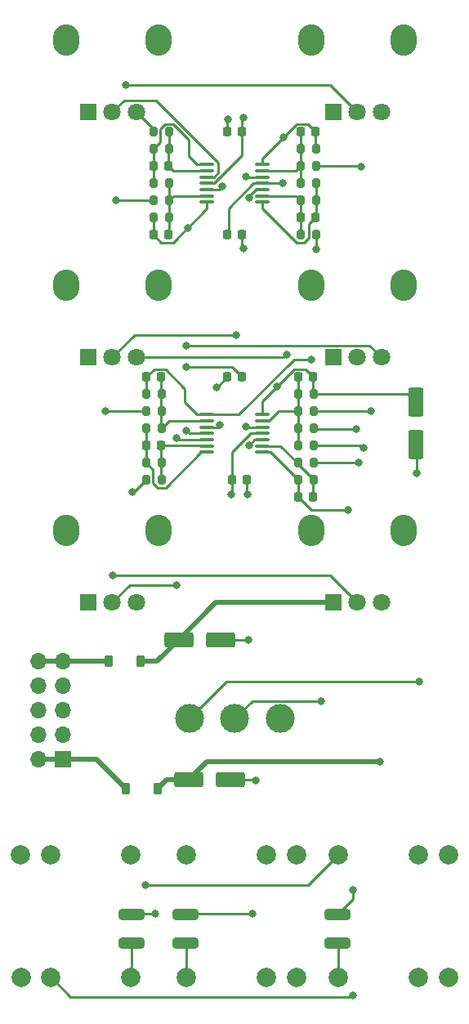
<source format=gbr>
%TF.GenerationSoftware,KiCad,Pcbnew,7.0.1*%
%TF.CreationDate,2024-08-14T21:14:33-04:00*%
%TF.ProjectId,attenuverter_mixer,61747465-6e75-4766-9572-7465725f6d69,rev?*%
%TF.SameCoordinates,Original*%
%TF.FileFunction,Copper,L4,Bot*%
%TF.FilePolarity,Positive*%
%FSLAX46Y46*%
G04 Gerber Fmt 4.6, Leading zero omitted, Abs format (unit mm)*
G04 Created by KiCad (PCBNEW 7.0.1) date 2024-08-14 21:14:33*
%MOMM*%
%LPD*%
G01*
G04 APERTURE LIST*
G04 Aperture macros list*
%AMRoundRect*
0 Rectangle with rounded corners*
0 $1 Rounding radius*
0 $2 $3 $4 $5 $6 $7 $8 $9 X,Y pos of 4 corners*
0 Add a 4 corners polygon primitive as box body*
4,1,4,$2,$3,$4,$5,$6,$7,$8,$9,$2,$3,0*
0 Add four circle primitives for the rounded corners*
1,1,$1+$1,$2,$3*
1,1,$1+$1,$4,$5*
1,1,$1+$1,$6,$7*
1,1,$1+$1,$8,$9*
0 Add four rect primitives between the rounded corners*
20,1,$1+$1,$2,$3,$4,$5,0*
20,1,$1+$1,$4,$5,$6,$7,0*
20,1,$1+$1,$6,$7,$8,$9,0*
20,1,$1+$1,$8,$9,$2,$3,0*%
G04 Aperture macros list end*
%TA.AperFunction,ComponentPad*%
%ADD10R,1.700000X1.700000*%
%TD*%
%TA.AperFunction,ComponentPad*%
%ADD11O,1.700000X1.700000*%
%TD*%
%TA.AperFunction,ComponentPad*%
%ADD12C,2.000000*%
%TD*%
%TA.AperFunction,ComponentPad*%
%ADD13O,2.720000X3.240000*%
%TD*%
%TA.AperFunction,ComponentPad*%
%ADD14R,1.800000X1.800000*%
%TD*%
%TA.AperFunction,ComponentPad*%
%ADD15C,1.800000*%
%TD*%
%TA.AperFunction,ComponentPad*%
%ADD16C,3.000000*%
%TD*%
%TA.AperFunction,SMDPad,CuDef*%
%ADD17RoundRect,0.250000X-1.250000X-0.550000X1.250000X-0.550000X1.250000X0.550000X-1.250000X0.550000X0*%
%TD*%
%TA.AperFunction,SMDPad,CuDef*%
%ADD18RoundRect,0.100000X-0.637500X-0.100000X0.637500X-0.100000X0.637500X0.100000X-0.637500X0.100000X0*%
%TD*%
%TA.AperFunction,SMDPad,CuDef*%
%ADD19RoundRect,0.200000X0.200000X0.275000X-0.200000X0.275000X-0.200000X-0.275000X0.200000X-0.275000X0*%
%TD*%
%TA.AperFunction,SMDPad,CuDef*%
%ADD20RoundRect,0.225000X-0.225000X-0.250000X0.225000X-0.250000X0.225000X0.250000X-0.225000X0.250000X0*%
%TD*%
%TA.AperFunction,SMDPad,CuDef*%
%ADD21RoundRect,0.200000X-0.200000X-0.275000X0.200000X-0.275000X0.200000X0.275000X-0.200000X0.275000X0*%
%TD*%
%TA.AperFunction,SMDPad,CuDef*%
%ADD22RoundRect,0.100000X0.637500X0.100000X-0.637500X0.100000X-0.637500X-0.100000X0.637500X-0.100000X0*%
%TD*%
%TA.AperFunction,SMDPad,CuDef*%
%ADD23RoundRect,0.225000X0.225000X0.250000X-0.225000X0.250000X-0.225000X-0.250000X0.225000X-0.250000X0*%
%TD*%
%TA.AperFunction,SMDPad,CuDef*%
%ADD24RoundRect,0.250000X-1.075000X0.312500X-1.075000X-0.312500X1.075000X-0.312500X1.075000X0.312500X0*%
%TD*%
%TA.AperFunction,SMDPad,CuDef*%
%ADD25RoundRect,0.250000X1.250000X0.550000X-1.250000X0.550000X-1.250000X-0.550000X1.250000X-0.550000X0*%
%TD*%
%TA.AperFunction,SMDPad,CuDef*%
%ADD26RoundRect,0.225000X0.225000X0.375000X-0.225000X0.375000X-0.225000X-0.375000X0.225000X-0.375000X0*%
%TD*%
%TA.AperFunction,SMDPad,CuDef*%
%ADD27RoundRect,0.225000X-0.225000X-0.375000X0.225000X-0.375000X0.225000X0.375000X-0.225000X0.375000X0*%
%TD*%
%TA.AperFunction,SMDPad,CuDef*%
%ADD28RoundRect,0.250000X-0.550000X1.250000X-0.550000X-1.250000X0.550000X-1.250000X0.550000X1.250000X0*%
%TD*%
%TA.AperFunction,ViaPad*%
%ADD29C,0.800000*%
%TD*%
%TA.AperFunction,Conductor*%
%ADD30C,0.508000*%
%TD*%
%TA.AperFunction,Conductor*%
%ADD31C,0.250000*%
%TD*%
%TA.AperFunction,Conductor*%
%ADD32C,0.254000*%
%TD*%
G04 APERTURE END LIST*
D10*
%TO.P,J7,1,-12V*%
%TO.N,/Power/V-_IN*%
X118110000Y-125349000D03*
D11*
%TO.P,J7,2,-12V*%
X115570000Y-125349000D03*
%TO.P,J7,3,gnd*%
%TO.N,GND*%
X118110000Y-122809000D03*
%TO.P,J7,4,gnd*%
X115570000Y-122809000D03*
%TO.P,J7,5,gnd*%
X118110000Y-120269000D03*
%TO.P,J7,6,gnd*%
X115570000Y-120269000D03*
%TO.P,J7,7,gnd*%
X118110000Y-117729000D03*
%TO.P,J7,8,gnd*%
X115570000Y-117729000D03*
%TO.P,J7,9,+12V*%
%TO.N,/Power/V+_IN*%
X118110000Y-115189000D03*
%TO.P,J7,10,+12V*%
X115570000Y-115189000D03*
%TD*%
D12*
%TO.P,J5,S*%
%TO.N,GND*%
X142268500Y-147955000D03*
%TO.P,J5,T*%
%TO.N,Net-(J5-PadT)*%
X130868500Y-147955000D03*
%TO.P,J5,TN*%
%TO.N,att_2_out*%
X139168500Y-147955000D03*
%TD*%
D13*
%TO.P,RV3,*%
%TO.N,*%
X118390000Y-101593000D03*
X127990000Y-101593000D03*
D14*
%TO.P,RV3,1,1*%
%TO.N,GND*%
X120690000Y-109093000D03*
D15*
%TO.P,RV3,2,2*%
%TO.N,Net-(U2C-+)*%
X123190000Y-109093000D03*
%TO.P,RV3,3,3*%
%TO.N,Net-(J3-PadT)*%
X125690000Y-109093000D03*
%TD*%
D12*
%TO.P,J2,S*%
%TO.N,GND*%
X142268500Y-135255000D03*
%TO.P,J2,T*%
%TO.N,Net-(J2-PadT)*%
X130868500Y-135255000D03*
%TO.P,J2,TN*%
%TO.N,unconnected-(J2-PadTN)*%
X139168500Y-135255000D03*
%TD*%
D13*
%TO.P,RV6,*%
%TO.N,*%
X143790000Y-101593000D03*
X153390000Y-101593000D03*
D14*
%TO.P,RV6,1,1*%
%TO.N,+12V*%
X146090000Y-109093000D03*
D15*
%TO.P,RV6,2,2*%
%TO.N,offset_3*%
X148590000Y-109093000D03*
%TO.P,RV6,3,3*%
%TO.N,-12V*%
X151090000Y-109093000D03*
%TD*%
D13*
%TO.P,RV4,*%
%TO.N,*%
X143790000Y-50793000D03*
X153390000Y-50793000D03*
D14*
%TO.P,RV4,1,1*%
%TO.N,+12V*%
X146090000Y-58293000D03*
D15*
%TO.P,RV4,2,2*%
%TO.N,offset_1*%
X148590000Y-58293000D03*
%TO.P,RV4,3,3*%
%TO.N,-12V*%
X151090000Y-58293000D03*
%TD*%
D12*
%TO.P,J6,S*%
%TO.N,GND*%
X158016500Y-147910000D03*
%TO.P,J6,T*%
%TO.N,Net-(J6-PadT)*%
X146616500Y-147910000D03*
%TO.P,J6,TN*%
%TO.N,unconnected-(J6-PadTN)*%
X154916500Y-147910000D03*
%TD*%
D13*
%TO.P,RV2,*%
%TO.N,*%
X118390000Y-76193000D03*
X127990000Y-76193000D03*
D14*
%TO.P,RV2,1,1*%
%TO.N,GND*%
X120690000Y-83693000D03*
D15*
%TO.P,RV2,2,2*%
%TO.N,Net-(U1D-+)*%
X123190000Y-83693000D03*
%TO.P,RV2,3,3*%
%TO.N,Net-(J2-PadT)*%
X125690000Y-83693000D03*
%TD*%
D13*
%TO.P,RV1,*%
%TO.N,*%
X118390000Y-50793000D03*
X127990000Y-50793000D03*
D14*
%TO.P,RV1,1,1*%
%TO.N,GND*%
X120690000Y-58293000D03*
D15*
%TO.P,RV1,2,2*%
%TO.N,Net-(U1B-+)*%
X123190000Y-58293000D03*
%TO.P,RV1,3,3*%
%TO.N,Net-(J1-PadT)*%
X125690000Y-58293000D03*
%TD*%
D13*
%TO.P,RV5,*%
%TO.N,*%
X143790000Y-76193000D03*
X153390000Y-76193000D03*
D14*
%TO.P,RV5,1,1*%
%TO.N,+12V*%
X146090000Y-83693000D03*
D15*
%TO.P,RV5,2,2*%
%TO.N,offset_2*%
X148590000Y-83693000D03*
%TO.P,RV5,3,3*%
%TO.N,-12V*%
X151090000Y-83693000D03*
%TD*%
D12*
%TO.P,J4,S*%
%TO.N,GND*%
X113753500Y-147955000D03*
%TO.P,J4,T*%
%TO.N,Net-(J4-PadT)*%
X125153500Y-147955000D03*
%TO.P,J4,TN*%
%TO.N,att_1_out*%
X116853500Y-147955000D03*
%TD*%
%TO.P,J1,S*%
%TO.N,GND*%
X113723500Y-135255000D03*
%TO.P,J1,T*%
%TO.N,Net-(J1-PadT)*%
X125123500Y-135255000D03*
%TO.P,J1,TN*%
%TO.N,unconnected-(J1-PadTN)*%
X116823500Y-135255000D03*
%TD*%
%TO.P,J3,S*%
%TO.N,GND*%
X158046500Y-135210000D03*
%TO.P,J3,T*%
%TO.N,Net-(J3-PadT)*%
X146646500Y-135210000D03*
%TO.P,J3,TN*%
%TO.N,unconnected-(J3-PadTN)*%
X154946500Y-135210000D03*
%TD*%
D16*
%TO.P,SW1,1,A*%
%TO.N,Net-(SW1-A)*%
X140590000Y-121113000D03*
%TO.P,SW1,2,B*%
%TO.N,Net-(SW1-B)*%
X135890000Y-121113000D03*
%TO.P,SW1,3,C*%
%TO.N,Net-(SW1-C)*%
X131190000Y-121113000D03*
%TD*%
D17*
%TO.P,C10,1*%
%TO.N,+12V*%
X130065500Y-112985000D03*
%TO.P,C10,2*%
%TO.N,GND*%
X134465500Y-112985000D03*
%TD*%
D18*
%TO.P,U1,1*%
%TO.N,Net-(C4-Pad2)*%
X133027500Y-67609000D03*
%TO.P,U1,2,-*%
%TO.N,Net-(U1A--)*%
X133027500Y-66959000D03*
%TO.P,U1,3,+*%
%TO.N,GND*%
X133027500Y-66309000D03*
%TO.P,U1,4,V+*%
%TO.N,+12V*%
X133027500Y-65659000D03*
%TO.P,U1,5,+*%
%TO.N,Net-(U1B-+)*%
X133027500Y-65009000D03*
%TO.P,U1,6,-*%
%TO.N,Net-(U1B--)*%
X133027500Y-64359000D03*
%TO.P,U1,7*%
%TO.N,Net-(C1-Pad2)*%
X133027500Y-63709000D03*
%TO.P,U1,8*%
%TO.N,Net-(C5-Pad2)*%
X138752500Y-63709000D03*
%TO.P,U1,9,-*%
%TO.N,Net-(U1C--)*%
X138752500Y-64359000D03*
%TO.P,U1,10,+*%
%TO.N,GND*%
X138752500Y-65009000D03*
%TO.P,U1,11,V-*%
%TO.N,-12V*%
X138752500Y-65659000D03*
%TO.P,U1,12,+*%
%TO.N,Net-(U1D-+)*%
X138752500Y-66309000D03*
%TO.P,U1,13,-*%
%TO.N,Net-(U1D--)*%
X138752500Y-66959000D03*
%TO.P,U1,14*%
%TO.N,Net-(C2-Pad2)*%
X138752500Y-67609000D03*
%TD*%
D19*
%TO.P,R18,1*%
%TO.N,att_1_out*%
X144081000Y-89281000D03*
%TO.P,R18,2*%
%TO.N,Net-(U2A--)*%
X142431000Y-89281000D03*
%TD*%
%TO.P,R4,1*%
%TO.N,Net-(U1B--)*%
X129095000Y-62103000D03*
%TO.P,R4,2*%
%TO.N,Net-(C1-Pad2)*%
X127445000Y-62103000D03*
%TD*%
D20*
%TO.P,C2,1*%
%TO.N,Net-(U1D--)*%
X142735000Y-69215000D03*
%TO.P,C2,2*%
%TO.N,Net-(C2-Pad2)*%
X144285000Y-69215000D03*
%TD*%
D21*
%TO.P,R9,1*%
%TO.N,Net-(C3-Pad2)*%
X126683000Y-91059000D03*
%TO.P,R9,2*%
%TO.N,Net-(U2D--)*%
X128333000Y-91059000D03*
%TD*%
%TO.P,R11,1*%
%TO.N,offset_1*%
X127445000Y-67437000D03*
%TO.P,R11,2*%
%TO.N,Net-(U1A--)*%
X129095000Y-67437000D03*
%TD*%
D22*
%TO.P,U2,1*%
%TO.N,Net-(SW1-A)*%
X138752500Y-89617000D03*
%TO.P,U2,2,-*%
%TO.N,Net-(U2A--)*%
X138752500Y-90267000D03*
%TO.P,U2,3,+*%
%TO.N,GND*%
X138752500Y-90917000D03*
%TO.P,U2,4,V+*%
%TO.N,+12V*%
X138752500Y-91567000D03*
%TO.P,U2,5,+*%
%TO.N,GND*%
X138752500Y-92217000D03*
%TO.P,U2,6,-*%
%TO.N,Net-(U2B--)*%
X138752500Y-92867000D03*
%TO.P,U2,7*%
%TO.N,Net-(C9-Pad2)*%
X138752500Y-93517000D03*
%TO.P,U2,8*%
%TO.N,Net-(C3-Pad2)*%
X133027500Y-93517000D03*
%TO.P,U2,9,-*%
%TO.N,Net-(U2C--)*%
X133027500Y-92867000D03*
%TO.P,U2,10,+*%
%TO.N,Net-(U2C-+)*%
X133027500Y-92217000D03*
%TO.P,U2,11,V-*%
%TO.N,-12V*%
X133027500Y-91567000D03*
%TO.P,U2,12,+*%
%TO.N,GND*%
X133027500Y-90917000D03*
%TO.P,U2,13,-*%
%TO.N,Net-(U2D--)*%
X133027500Y-90267000D03*
%TO.P,U2,14*%
%TO.N,att_3_out*%
X133027500Y-89617000D03*
%TD*%
D23*
%TO.P,C13,1*%
%TO.N,GND*%
X136665000Y-70993000D03*
%TO.P,C13,2*%
%TO.N,-12V*%
X135115000Y-70993000D03*
%TD*%
D19*
%TO.P,R6,1*%
%TO.N,Net-(U2C--)*%
X128333000Y-94615000D03*
%TO.P,R6,2*%
%TO.N,Net-(C3-Pad2)*%
X126683000Y-94615000D03*
%TD*%
%TO.P,R15,1*%
%TO.N,Net-(U2D--)*%
X128333000Y-87503000D03*
%TO.P,R15,2*%
%TO.N,att_3_out*%
X126683000Y-87503000D03*
%TD*%
D24*
%TO.P,R16,1*%
%TO.N,Net-(C4-Pad2)*%
X125222000Y-141412500D03*
%TO.P,R16,2*%
%TO.N,Net-(J4-PadT)*%
X125222000Y-144337500D03*
%TD*%
D19*
%TO.P,R8,1*%
%TO.N,Net-(C2-Pad2)*%
X144335000Y-65659000D03*
%TO.P,R8,2*%
%TO.N,Net-(U1C--)*%
X142685000Y-65659000D03*
%TD*%
D20*
%TO.P,C15,1*%
%TO.N,GND*%
X135115000Y-85725000D03*
%TO.P,C15,2*%
%TO.N,-12V*%
X136665000Y-85725000D03*
%TD*%
D19*
%TO.P,R19,1*%
%TO.N,att_2_out*%
X144081000Y-91059000D03*
%TO.P,R19,2*%
%TO.N,Net-(U2A--)*%
X142431000Y-91059000D03*
%TD*%
D21*
%TO.P,R12,1*%
%TO.N,offset_3*%
X126683000Y-89281000D03*
%TO.P,R12,2*%
%TO.N,Net-(U2D--)*%
X128333000Y-89281000D03*
%TD*%
D23*
%TO.P,C1,1*%
%TO.N,Net-(U1B--)*%
X129045000Y-63881000D03*
%TO.P,C1,2*%
%TO.N,Net-(C1-Pad2)*%
X127495000Y-63881000D03*
%TD*%
%TO.P,C12,1*%
%TO.N,+12V*%
X136665000Y-60325000D03*
%TO.P,C12,2*%
%TO.N,GND*%
X135115000Y-60325000D03*
%TD*%
D21*
%TO.P,R14,1*%
%TO.N,Net-(U1C--)*%
X142685000Y-62103000D03*
%TO.P,R14,2*%
%TO.N,Net-(C5-Pad2)*%
X144335000Y-62103000D03*
%TD*%
D23*
%TO.P,C3,1*%
%TO.N,Net-(U2C--)*%
X128283000Y-92837000D03*
%TO.P,C3,2*%
%TO.N,Net-(C3-Pad2)*%
X126733000Y-92837000D03*
%TD*%
D19*
%TO.P,R10,1*%
%TO.N,offset_2*%
X144335000Y-63881000D03*
%TO.P,R10,2*%
%TO.N,Net-(U1C--)*%
X142685000Y-63881000D03*
%TD*%
%TO.P,R2,1*%
%TO.N,Net-(J2-PadT)*%
X144335000Y-70993000D03*
%TO.P,R2,2*%
%TO.N,Net-(U1D--)*%
X142685000Y-70993000D03*
%TD*%
D23*
%TO.P,C4,1*%
%TO.N,Net-(U1A--)*%
X129032000Y-70993000D03*
%TO.P,C4,2*%
%TO.N,Net-(C4-Pad2)*%
X127482000Y-70993000D03*
%TD*%
D25*
%TO.P,C11,1*%
%TO.N,GND*%
X135481500Y-127463000D03*
%TO.P,C11,2*%
%TO.N,-12V*%
X131081500Y-127463000D03*
%TD*%
D20*
%TO.P,C7,1*%
%TO.N,Net-(U2A--)*%
X142481000Y-85725000D03*
%TO.P,C7,2*%
%TO.N,Net-(SW1-A)*%
X144031000Y-85725000D03*
%TD*%
%TO.P,C5,1*%
%TO.N,Net-(U1C--)*%
X142735000Y-60325000D03*
%TO.P,C5,2*%
%TO.N,Net-(C5-Pad2)*%
X144285000Y-60325000D03*
%TD*%
D19*
%TO.P,R20,1*%
%TO.N,att_3_out*%
X144081000Y-92837000D03*
%TO.P,R20,2*%
%TO.N,Net-(U2A--)*%
X142431000Y-92837000D03*
%TD*%
D21*
%TO.P,R21,1*%
%TO.N,Net-(U2A--)*%
X142431000Y-87503000D03*
%TO.P,R21,2*%
%TO.N,Net-(SW1-A)*%
X144081000Y-87503000D03*
%TD*%
D19*
%TO.P,R13,1*%
%TO.N,Net-(U1A--)*%
X129095000Y-69215000D03*
%TO.P,R13,2*%
%TO.N,Net-(C4-Pad2)*%
X127445000Y-69215000D03*
%TD*%
D21*
%TO.P,R5,1*%
%TO.N,Net-(U1D--)*%
X142685000Y-67437000D03*
%TO.P,R5,2*%
%TO.N,Net-(C2-Pad2)*%
X144335000Y-67437000D03*
%TD*%
D19*
%TO.P,R22,1*%
%TO.N,Net-(SW1-B)*%
X144081000Y-94615000D03*
%TO.P,R22,2*%
%TO.N,Net-(U2B--)*%
X142431000Y-94615000D03*
%TD*%
%TO.P,R23,1*%
%TO.N,Net-(U2B--)*%
X144081000Y-96393000D03*
%TO.P,R23,2*%
%TO.N,Net-(C9-Pad2)*%
X142431000Y-96393000D03*
%TD*%
D21*
%TO.P,R1,1*%
%TO.N,Net-(J1-PadT)*%
X127445000Y-60325000D03*
%TO.P,R1,2*%
%TO.N,Net-(U1B--)*%
X129095000Y-60325000D03*
%TD*%
D20*
%TO.P,C14,1*%
%TO.N,+12V*%
X135623000Y-96393000D03*
%TO.P,C14,2*%
%TO.N,GND*%
X137173000Y-96393000D03*
%TD*%
D23*
%TO.P,C6,1*%
%TO.N,Net-(U2D--)*%
X128283000Y-85725000D03*
%TO.P,C6,2*%
%TO.N,att_3_out*%
X126733000Y-85725000D03*
%TD*%
D26*
%TO.P,D1,1,K*%
%TO.N,+12V*%
X126110000Y-115189000D03*
%TO.P,D1,2,A*%
%TO.N,/Power/V+_IN*%
X122810000Y-115189000D03*
%TD*%
D24*
%TO.P,R24,1*%
%TO.N,Net-(C9-Pad2)*%
X146558000Y-141412500D03*
%TO.P,R24,2*%
%TO.N,Net-(J6-PadT)*%
X146558000Y-144337500D03*
%TD*%
D27*
%TO.P,D2,1,K*%
%TO.N,/Power/V-_IN*%
X124588000Y-128397000D03*
%TO.P,D2,2,A*%
%TO.N,-12V*%
X127888000Y-128397000D03*
%TD*%
D24*
%TO.P,R17,1*%
%TO.N,Net-(C5-Pad2)*%
X130810000Y-141412500D03*
%TO.P,R17,2*%
%TO.N,Net-(J5-PadT)*%
X130810000Y-144337500D03*
%TD*%
D21*
%TO.P,R7,1*%
%TO.N,Net-(C1-Pad2)*%
X127445000Y-65659000D03*
%TO.P,R7,2*%
%TO.N,Net-(U1A--)*%
X129095000Y-65659000D03*
%TD*%
%TO.P,R3,1*%
%TO.N,Net-(J3-PadT)*%
X126683000Y-96393000D03*
%TO.P,R3,2*%
%TO.N,Net-(U2C--)*%
X128333000Y-96393000D03*
%TD*%
D28*
%TO.P,C8,1*%
%TO.N,Net-(SW1-A)*%
X154686000Y-88351000D03*
%TO.P,C8,2*%
%TO.N,Net-(SW1-C)*%
X154686000Y-92751000D03*
%TD*%
D23*
%TO.P,C9,1*%
%TO.N,Net-(U2B--)*%
X144031000Y-98171000D03*
%TO.P,C9,2*%
%TO.N,Net-(C9-Pad2)*%
X142481000Y-98171000D03*
%TD*%
D29*
%TO.N,+12V*%
X136837500Y-58883000D03*
X135567500Y-97872000D03*
%TO.N,GND*%
X137345500Y-112985000D03*
X137218500Y-97872000D03*
X134357054Y-90692554D03*
X134043500Y-86823000D03*
X134585339Y-65999713D03*
X137091500Y-64979000D03*
X137046922Y-90808668D03*
X138036500Y-127529790D03*
X137359779Y-92785613D03*
X135186500Y-59010000D03*
X136802000Y-72368989D03*
%TO.N,-12V*%
X150934500Y-125558000D03*
X130868500Y-82505000D03*
X130868500Y-91268000D03*
X140901500Y-65614000D03*
X130868500Y-84664000D03*
%TO.N,Net-(C5-Pad2)*%
X137726500Y-141306000D03*
X140960342Y-60846842D03*
%TO.N,Net-(J2-PadT)*%
X144330500Y-72472000D03*
X141282500Y-83394000D03*
%TO.N,Net-(J3-PadT)*%
X126677500Y-138385000D03*
X125280500Y-97618000D03*
%TO.N,Net-(SW1-A)*%
X140261841Y-86691341D03*
%TO.N,offset_1*%
X124645500Y-55454000D03*
X123623786Y-67386286D03*
%TO.N,offset_2*%
X149029500Y-63963000D03*
%TO.N,Net-(U1D-+)*%
X137366951Y-67127270D03*
X136075500Y-81362000D03*
%TO.N,att_1_out*%
X148140500Y-149815000D03*
X150045500Y-89236000D03*
%TO.N,att_2_out*%
X148521500Y-91141000D03*
%TO.N,att_3_out*%
X143822500Y-83902000D03*
X149283500Y-93046000D03*
%TO.N,Net-(C4-Pad2)*%
X131043659Y-70234159D03*
X127693500Y-141306000D03*
%TO.N,Net-(SW1-C)*%
X154998500Y-117303000D03*
X154744500Y-95713000D03*
%TO.N,offset_3*%
X123248500Y-106254000D03*
X122486500Y-89236000D03*
%TO.N,Net-(SW1-B)*%
X148775500Y-94570000D03*
X144838500Y-119286000D03*
%TO.N,Net-(C9-Pad2)*%
X147632500Y-99523000D03*
X148140500Y-138893000D03*
%TO.N,Net-(U2C-+)*%
X129852500Y-107270000D03*
X129852500Y-92030000D03*
%TD*%
D30*
%TO.N,+12V*%
X133957500Y-109093000D02*
X146090000Y-109093000D01*
D31*
X135623000Y-97816500D02*
X135567500Y-97872000D01*
X136665000Y-62710041D02*
X133716041Y-65659000D01*
X135623000Y-93497793D02*
X137553793Y-91567000D01*
D30*
X130065500Y-112985000D02*
X133957500Y-109093000D01*
D31*
X135623000Y-96393000D02*
X135623000Y-93497793D01*
D30*
X127861500Y-115189000D02*
X130065500Y-112985000D01*
D31*
X137553793Y-91567000D02*
X138752500Y-91567000D01*
X136665000Y-60325000D02*
X136665000Y-62710041D01*
D30*
X126110000Y-115189000D02*
X127861500Y-115189000D01*
D31*
X135623000Y-96393000D02*
X135623000Y-97816500D01*
X136665000Y-60325000D02*
X136665000Y-59055500D01*
X136665000Y-59055500D02*
X136837500Y-58883000D01*
X133716041Y-65659000D02*
X133027500Y-65659000D01*
%TO.N,GND*%
X136665000Y-72231989D02*
X136802000Y-72368989D01*
D32*
X134465500Y-112985000D02*
X137345500Y-112985000D01*
D31*
X133027500Y-66309000D02*
X134276052Y-66309000D01*
X137155254Y-90917000D02*
X137046922Y-90808668D01*
X135115000Y-85725000D02*
X135115000Y-85751500D01*
X133027500Y-90917000D02*
X134132608Y-90917000D01*
X137173000Y-96393000D02*
X137173000Y-97826500D01*
D32*
X137969710Y-127463000D02*
X138036500Y-127529790D01*
D31*
X135115000Y-59081500D02*
X135186500Y-59010000D01*
X136665000Y-70993000D02*
X136665000Y-72231989D01*
X137121500Y-65009000D02*
X137091500Y-64979000D01*
X135115000Y-85751500D02*
X134043500Y-86823000D01*
X134132608Y-90917000D02*
X134357054Y-90692554D01*
X134276052Y-66309000D02*
X134585339Y-65999713D01*
X137173000Y-97826500D02*
X137218500Y-97872000D01*
X135115000Y-60325000D02*
X135115000Y-59081500D01*
X138752500Y-90917000D02*
X137155254Y-90917000D01*
D32*
X135481500Y-127463000D02*
X137969710Y-127463000D01*
D31*
X138752500Y-65009000D02*
X137121500Y-65009000D01*
X137928392Y-92217000D02*
X137359779Y-92785613D01*
X138752500Y-92217000D02*
X137928392Y-92217000D01*
D32*
%TO.N,-12V*%
X135232337Y-70875663D02*
X135232337Y-68234456D01*
D30*
X128822000Y-127463000D02*
X127888000Y-128397000D01*
D32*
X131167500Y-91567000D02*
X130868500Y-91268000D01*
X140856500Y-65659000D02*
X140901500Y-65614000D01*
X133027500Y-91567000D02*
X131167500Y-91567000D01*
X149863000Y-82466000D02*
X151090000Y-83693000D01*
D30*
X131081500Y-127463000D02*
X128822000Y-127463000D01*
D32*
X130907500Y-82466000D02*
X149863000Y-82466000D01*
X135604000Y-84664000D02*
X136665000Y-85725000D01*
X137807793Y-65659000D02*
X138752500Y-65659000D01*
X138752500Y-65659000D02*
X140856500Y-65659000D01*
X130868500Y-82505000D02*
X130907500Y-82466000D01*
X130868500Y-84664000D02*
X135604000Y-84664000D01*
D30*
X132986500Y-125558000D02*
X131081500Y-127463000D01*
D32*
X135115000Y-70993000D02*
X135232337Y-70875663D01*
D30*
X150934500Y-125558000D02*
X132986500Y-125558000D01*
D32*
X135232337Y-68234456D02*
X137807793Y-65659000D01*
D31*
%TO.N,Net-(U1A--)*%
X133027500Y-66959000D02*
X129573000Y-66959000D01*
X129573000Y-66959000D02*
X129095000Y-67437000D01*
X129095000Y-65659000D02*
X129095000Y-69215000D01*
X129095000Y-70930000D02*
X129032000Y-70993000D01*
X129095000Y-69215000D02*
X129095000Y-70930000D01*
D32*
%TO.N,Net-(C5-Pad2)*%
X137726500Y-141306000D02*
X130916500Y-141306000D01*
D31*
X144285000Y-62053000D02*
X144335000Y-62103000D01*
D32*
X130916500Y-141306000D02*
X130810000Y-141412500D01*
D31*
X143485000Y-59525000D02*
X144285000Y-60325000D01*
X142282183Y-59525000D02*
X143485000Y-59525000D01*
X138752500Y-63709000D02*
X138752500Y-63054683D01*
X144285000Y-60325000D02*
X144285000Y-62053000D01*
X138752500Y-63054683D02*
X142282183Y-59525000D01*
%TO.N,Net-(U1C--)*%
X142735000Y-65609000D02*
X142685000Y-65659000D01*
X138752500Y-64359000D02*
X142207000Y-64359000D01*
X142207000Y-64359000D02*
X142685000Y-63881000D01*
X142735000Y-60325000D02*
X142735000Y-65609000D01*
%TO.N,Net-(U2A--)*%
X140427041Y-89281000D02*
X142431000Y-89281000D01*
X142431000Y-92837000D02*
X142431000Y-85775000D01*
X142431000Y-85775000D02*
X142481000Y-85725000D01*
X138752500Y-90267000D02*
X139441041Y-90267000D01*
X139441041Y-90267000D02*
X140427041Y-89281000D01*
%TO.N,Net-(U2B--)*%
X142431000Y-94743000D02*
X144081000Y-96393000D01*
X140607848Y-92867000D02*
X138752500Y-92867000D01*
X142431000Y-94615000D02*
X142431000Y-94743000D01*
X142431000Y-94615000D02*
X142355848Y-94615000D01*
X142355848Y-94615000D02*
X140607848Y-92867000D01*
X144031000Y-98171000D02*
X144031000Y-96443000D01*
X144031000Y-96443000D02*
X144081000Y-96393000D01*
%TO.N,Net-(U1D--)*%
X142685000Y-67437000D02*
X142207000Y-66959000D01*
X142207000Y-66959000D02*
X138752500Y-66959000D01*
X142685000Y-70993000D02*
X142685000Y-67437000D01*
%TO.N,Net-(U1B--)*%
X129523000Y-64359000D02*
X133027500Y-64359000D01*
X129045000Y-62153000D02*
X129095000Y-62103000D01*
X129095000Y-60325000D02*
X129095000Y-62103000D01*
X129045000Y-63881000D02*
X129523000Y-64359000D01*
X129045000Y-63881000D02*
X129045000Y-62153000D01*
D32*
%TO.N,Net-(J2-PadT)*%
X144330500Y-70997500D02*
X144335000Y-70993000D01*
X144330500Y-72472000D02*
X144330500Y-70997500D01*
X140983500Y-83693000D02*
X141282500Y-83394000D01*
X125690000Y-83693000D02*
X140983500Y-83693000D01*
%TO.N,Net-(J3-PadT)*%
X125280500Y-97618000D02*
X125458000Y-97618000D01*
X143458000Y-138385000D02*
X126677500Y-138385000D01*
X146588000Y-135255000D02*
X143458000Y-138385000D01*
X125458000Y-97618000D02*
X126683000Y-96393000D01*
%TO.N,Net-(J4-PadT)*%
X125192000Y-144367500D02*
X125192000Y-147955000D01*
X125222000Y-144337500D02*
X125192000Y-144367500D01*
%TO.N,Net-(J5-PadT)*%
X130840000Y-144367500D02*
X130840000Y-147955000D01*
X130810000Y-144337500D02*
X130840000Y-144367500D01*
%TO.N,Net-(J6-PadT)*%
X146558000Y-144337500D02*
X146588000Y-144367500D01*
X146588000Y-144367500D02*
X146588000Y-147972424D01*
D31*
%TO.N,Net-(SW1-A)*%
X138752500Y-89617000D02*
X138752500Y-88200683D01*
X144031000Y-87453000D02*
X144081000Y-87503000D01*
X153838000Y-87503000D02*
X154686000Y-88351000D01*
X144031000Y-85725000D02*
X144031000Y-87453000D01*
X140261841Y-86691341D02*
X142028183Y-84925000D01*
X144081000Y-87503000D02*
X153838000Y-87503000D01*
X143231000Y-84925000D02*
X144031000Y-85725000D01*
X138752500Y-88200683D02*
X140261841Y-86691341D01*
X142028183Y-84925000D02*
X143231000Y-84925000D01*
D32*
%TO.N,offset_1*%
X148590000Y-58293000D02*
X145751000Y-55454000D01*
X127445000Y-67437000D02*
X127400000Y-67392000D01*
X145751000Y-55454000D02*
X124645500Y-55454000D01*
X127400000Y-67392000D02*
X123629500Y-67392000D01*
X123629500Y-67392000D02*
X123623786Y-67386286D01*
%TO.N,offset_2*%
X144335000Y-63881000D02*
X148947500Y-63881000D01*
X148947500Y-63881000D02*
X149029500Y-63963000D01*
D31*
%TO.N,Net-(U1B-+)*%
X133716041Y-65009000D02*
X133027500Y-65009000D01*
X124415000Y-57068000D02*
X127725041Y-57068000D01*
X134170500Y-63513459D02*
X134170500Y-64554541D01*
X123190000Y-58293000D02*
X124415000Y-57068000D01*
X127725041Y-57068000D02*
X134170500Y-63513459D01*
X134170500Y-64554541D02*
X133716041Y-65009000D01*
D32*
%TO.N,Net-(U1D-+)*%
X136075500Y-81362000D02*
X125521000Y-81362000D01*
X125521000Y-81362000D02*
X123190000Y-83693000D01*
X138061131Y-66309000D02*
X137366951Y-67003180D01*
X138752500Y-66309000D02*
X138061131Y-66309000D01*
X137366951Y-67003180D02*
X137366951Y-67127270D01*
D31*
%TO.N,Net-(U2C--)*%
X128283000Y-92837000D02*
X128283000Y-96343000D01*
X132997500Y-92837000D02*
X133027500Y-92867000D01*
X128283000Y-96343000D02*
X128333000Y-96393000D01*
X128283000Y-92837000D02*
X132997500Y-92837000D01*
%TO.N,Net-(U2D--)*%
X129125000Y-90267000D02*
X128333000Y-91059000D01*
X133027500Y-90267000D02*
X129125000Y-90267000D01*
X128283000Y-91009000D02*
X128333000Y-91059000D01*
X128283000Y-85725000D02*
X128283000Y-91009000D01*
D32*
%TO.N,att_1_out*%
X150000500Y-89281000D02*
X150045500Y-89236000D01*
X144081000Y-89281000D02*
X150000500Y-89281000D01*
X148013500Y-149942000D02*
X148140500Y-149815000D01*
X118879000Y-149942000D02*
X148013500Y-149942000D01*
X116892000Y-147955000D02*
X118879000Y-149942000D01*
%TO.N,att_2_out*%
X144081000Y-91059000D02*
X144163000Y-91141000D01*
X144163000Y-91141000D02*
X148521500Y-91141000D01*
D31*
%TO.N,Net-(C1-Pad2)*%
X128170000Y-61378000D02*
X127445000Y-62103000D01*
X133027500Y-63709000D02*
X132011500Y-63709000D01*
X127445000Y-65659000D02*
X127445000Y-62103000D01*
X128677538Y-59525000D02*
X128170000Y-60032538D01*
X131122500Y-62820000D02*
X131122500Y-61135038D01*
X131122500Y-61135038D02*
X129512462Y-59525000D01*
X128170000Y-60032538D02*
X128170000Y-61378000D01*
X132011500Y-63709000D02*
X131122500Y-62820000D01*
X129512462Y-59525000D02*
X128677538Y-59525000D01*
%TO.N,Net-(C2-Pad2)*%
X144335000Y-65659000D02*
X144335000Y-69165000D01*
X143102462Y-71793000D02*
X143610000Y-71285462D01*
X142267538Y-71793000D02*
X143102462Y-71793000D01*
X138752500Y-68277962D02*
X142267538Y-71793000D01*
X143610000Y-69890000D02*
X144285000Y-69215000D01*
X144335000Y-69165000D02*
X144285000Y-69215000D01*
X143610000Y-71285462D02*
X143610000Y-69890000D01*
X138752500Y-67609000D02*
X138752500Y-68277962D01*
%TO.N,att_3_out*%
X127533000Y-84925000D02*
X126733000Y-85725000D01*
X130741500Y-86930683D02*
X128735817Y-84925000D01*
X128735817Y-84925000D02*
X127533000Y-84925000D01*
X142026584Y-83902000D02*
X143822500Y-83902000D01*
X149283500Y-93046000D02*
X149074500Y-92837000D01*
X136311584Y-89617000D02*
X142026584Y-83902000D01*
X126733000Y-85725000D02*
X126733000Y-87453000D01*
X126733000Y-87453000D02*
X126683000Y-87503000D01*
X149074500Y-92837000D02*
X144081000Y-92837000D01*
X130741500Y-88347000D02*
X130741500Y-86930683D01*
X133027500Y-89617000D02*
X132011500Y-89617000D01*
X133027500Y-89617000D02*
X136311584Y-89617000D01*
X132011500Y-89617000D02*
X130741500Y-88347000D01*
D32*
%TO.N,Net-(C4-Pad2)*%
X127693500Y-141306000D02*
X125328500Y-141306000D01*
D31*
X127482000Y-70993000D02*
X127482000Y-69252000D01*
X133027500Y-68250317D02*
X129484817Y-71793000D01*
D32*
X125328500Y-141306000D02*
X125222000Y-141412500D01*
D31*
X133027500Y-67609000D02*
X133027500Y-68250317D01*
X128282000Y-71793000D02*
X127482000Y-70993000D01*
X127482000Y-69252000D02*
X127445000Y-69215000D01*
X129484817Y-71793000D02*
X128282000Y-71793000D01*
%TO.N,Net-(J1-PadT)*%
X127445000Y-60048000D02*
X125690000Y-58293000D01*
X127445000Y-60325000D02*
X127445000Y-60048000D01*
D32*
%TO.N,Net-(SW1-C)*%
X154998500Y-117303000D02*
X135000000Y-117303000D01*
X135000000Y-117303000D02*
X131190000Y-121113000D01*
X154744500Y-92809500D02*
X154744500Y-95713000D01*
X154686000Y-92751000D02*
X154744500Y-92809500D01*
%TO.N,offset_3*%
X126638000Y-89236000D02*
X122486500Y-89236000D01*
X148590000Y-109093000D02*
X145751000Y-106254000D01*
X145751000Y-106254000D02*
X123248500Y-106254000D01*
X126683000Y-89281000D02*
X126638000Y-89236000D01*
%TO.N,Net-(SW1-B)*%
X148775500Y-94570000D02*
X144126000Y-94570000D01*
X144126000Y-94570000D02*
X144081000Y-94615000D01*
X135890000Y-121113000D02*
X137717000Y-119286000D01*
X137717000Y-119286000D02*
X144838500Y-119286000D01*
D31*
%TO.N,Net-(C3-Pad2)*%
X127915538Y-97193000D02*
X127408000Y-96685462D01*
X133027500Y-93517000D02*
X132426462Y-93517000D01*
X127408000Y-95340000D02*
X126683000Y-94615000D01*
X128750462Y-97193000D02*
X127915538Y-97193000D01*
X132426462Y-93517000D02*
X128750462Y-97193000D01*
X126683000Y-94615000D02*
X126683000Y-91059000D01*
X127408000Y-96685462D02*
X127408000Y-95340000D01*
%TO.N,Net-(C9-Pad2)*%
X138752500Y-93517000D02*
X139555000Y-93517000D01*
D32*
X148140500Y-139830000D02*
X148140500Y-138893000D01*
D31*
X142481000Y-96443000D02*
X142431000Y-96393000D01*
D32*
X146558000Y-141412500D02*
X148140500Y-139830000D01*
D31*
X142481000Y-98171000D02*
X142481000Y-96443000D01*
X139555000Y-93517000D02*
X142431000Y-96393000D01*
D32*
X142481000Y-98171000D02*
X143833000Y-99523000D01*
X143833000Y-99523000D02*
X147632500Y-99523000D01*
D30*
%TO.N,/Power/V+_IN*%
X118110000Y-115189000D02*
X122810000Y-115189000D01*
X115570000Y-115189000D02*
X118110000Y-115189000D01*
%TO.N,/Power/V-_IN*%
X118110000Y-125349000D02*
X121540000Y-125349000D01*
X121540000Y-125349000D02*
X124588000Y-128397000D01*
X115570000Y-125349000D02*
X118110000Y-125349000D01*
D32*
%TO.N,Net-(U2C-+)*%
X123190000Y-109093000D02*
X125013000Y-107270000D01*
X125013000Y-107270000D02*
X129852500Y-107270000D01*
X130039500Y-92217000D02*
X133027500Y-92217000D01*
X129852500Y-92030000D02*
X130039500Y-92217000D01*
%TD*%
M02*

</source>
